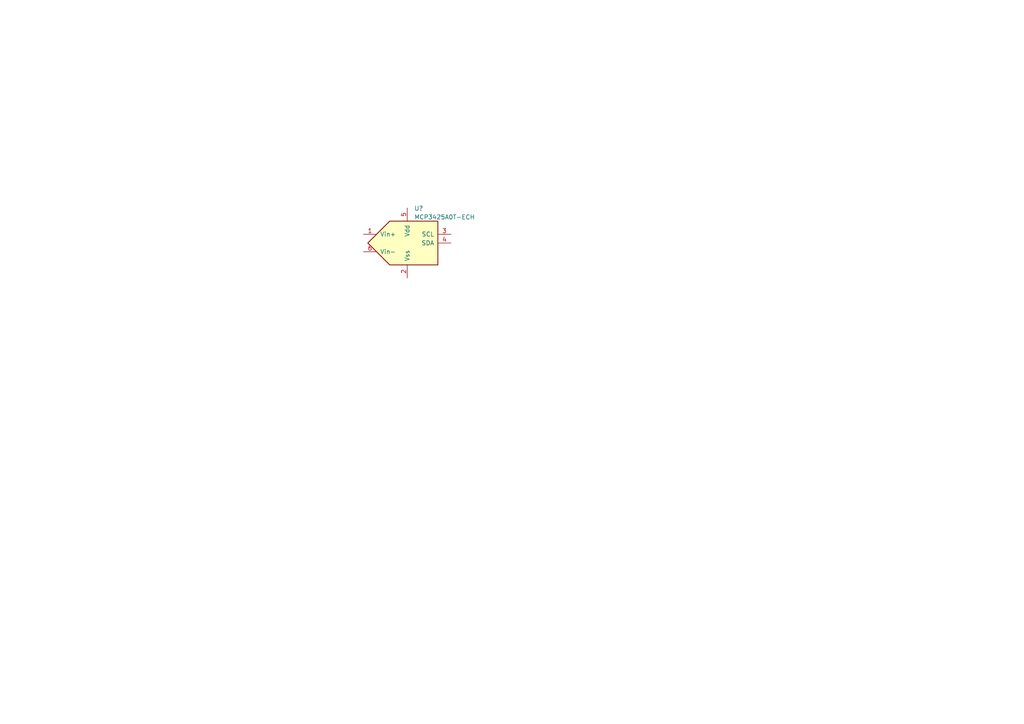
<source format=kicad_sch>
(kicad_sch (version 20211123) (generator eeschema)

  (uuid 7a22982f-a508-49f1-97e7-6a911f858d9d)

  (paper "A4")

  (lib_symbols
    (symbol "Analog_ADC:MCP3425A0T-ECH" (pin_names (offset 1.016)) (in_bom yes) (on_board yes)
      (property "Reference" "U" (id 0) (at -10.16 7.62 0)
        (effects (font (size 1.27 1.27)) (justify left))
      )
      (property "Value" "MCP3425A0T-ECH" (id 1) (at 2.54 7.62 0)
        (effects (font (size 1.27 1.27)) (justify left))
      )
      (property "Footprint" "" (id 2) (at 0 0 0)
        (effects (font (size 1.27 1.27) italic) hide)
      )
      (property "Datasheet" "http://ww1.microchip.com/downloads/en/DeviceDoc/22072b.pdf" (id 3) (at 0 0 0)
        (effects (font (size 1.27 1.27)) hide)
      )
      (property "ki_keywords" "Sigma-Delta ADC Converter 16bit I2C  1ch" (id 4) (at 0 0 0)
        (effects (font (size 1.27 1.27)) hide)
      )
      (property "ki_description" "Single Delta-Sigma 16bit Analog to Digital Converter, I2C Interface, SOT-23-6" (id 5) (at 0 0 0)
        (effects (font (size 1.27 1.27)) hide)
      )
      (property "ki_fp_filters" "SOT?23* SOT?23*" (id 6) (at 0 0 0)
        (effects (font (size 1.27 1.27)) hide)
      )
      (symbol "MCP3425A0T-ECH_0_1"
        (polyline
          (pts
            (xy -5.08 6.35)
            (xy 8.89 6.35)
            (xy 8.89 0)
            (xy 8.89 -6.35)
            (xy -5.08 -6.35)
            (xy -11.43 0)
            (xy -5.08 6.35)
          )
          (stroke (width 0.254) (type default) (color 0 0 0 0))
          (fill (type background))
        )
      )
      (symbol "MCP3425A0T-ECH_1_1"
        (pin passive line (at -12.7 2.54 0) (length 3.81)
          (name "Vin+" (effects (font (size 1.27 1.27))))
          (number "1" (effects (font (size 1.27 1.27))))
        )
        (pin power_in line (at 0 -10.16 90) (length 3.81)
          (name "Vss" (effects (font (size 1.27 1.27))))
          (number "2" (effects (font (size 1.27 1.27))))
        )
        (pin input line (at 12.7 2.54 180) (length 3.81)
          (name "SCL" (effects (font (size 1.27 1.27))))
          (number "3" (effects (font (size 1.27 1.27))))
        )
        (pin bidirectional line (at 12.7 0 180) (length 3.81)
          (name "SDA" (effects (font (size 1.27 1.27))))
          (number "4" (effects (font (size 1.27 1.27))))
        )
        (pin power_in line (at 0 10.16 270) (length 3.81)
          (name "Vdd" (effects (font (size 1.27 1.27))))
          (number "5" (effects (font (size 1.27 1.27))))
        )
        (pin passive line (at -12.7 -2.54 0) (length 3.81)
          (name "Vin-" (effects (font (size 1.27 1.27))))
          (number "6" (effects (font (size 1.27 1.27))))
        )
      )
    )
  )


  (symbol (lib_id "Analog_ADC:MCP3425A0T-ECH") (at 118.11 70.485 0) (unit 1)
    (in_bom yes) (on_board yes) (fields_autoplaced)
    (uuid 7b986d6e-6c09-4024-b5b2-718b36e1ff1e)
    (property "Reference" "U?" (id 0) (at 120.1294 60.4352 0)
      (effects (font (size 1.27 1.27)) (justify left))
    )
    (property "Value" "MCP3425A0T-ECH" (id 1) (at 120.1294 62.9721 0)
      (effects (font (size 1.27 1.27)) (justify left))
    )
    (property "Footprint" "" (id 2) (at 118.11 70.485 0)
      (effects (font (size 1.27 1.27) italic) hide)
    )
    (property "Datasheet" "http://ww1.microchip.com/downloads/en/DeviceDoc/22072b.pdf" (id 3) (at 118.11 70.485 0)
      (effects (font (size 1.27 1.27)) hide)
    )
    (pin "1" (uuid bc16d3f5-b604-4aed-a9d1-81ae3aaea288))
    (pin "2" (uuid a2efd081-b13e-42ec-8cc9-96e08b230119))
    (pin "3" (uuid b00a018f-58bb-4daf-bf1b-7fbee9efae2c))
    (pin "4" (uuid 7521b0b5-ea55-40e4-863b-03ca5253e88e))
    (pin "5" (uuid d5daa246-ee02-488a-a52e-0dbf12af6ee0))
    (pin "6" (uuid be9f2e1a-4140-40c8-afd3-49936cfca3ee))
  )
)

</source>
